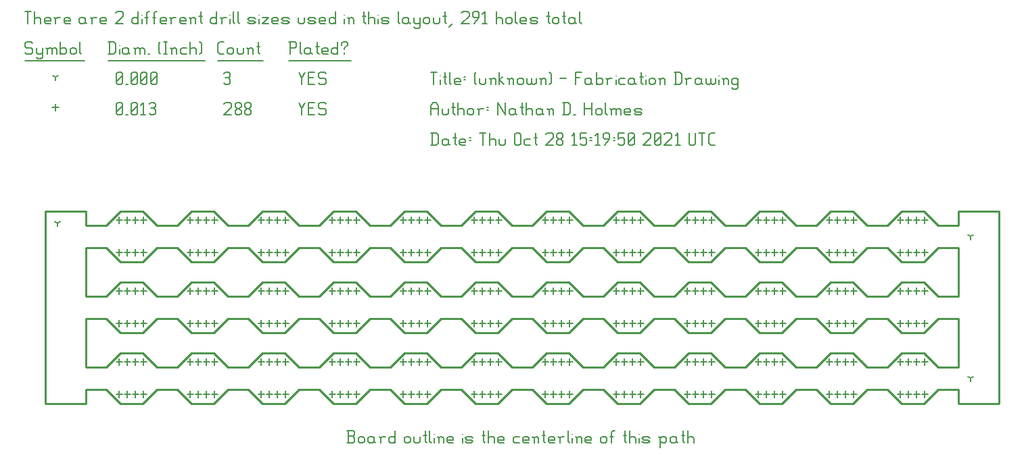
<source format=gbr>
G04 start of page 12 for group -3984 idx -3984 *
G04 Title: (unknown), fab *
G04 Creator: pcb 4.0.2 *
G04 CreationDate: Thu Oct 28 15:19:50 2021 UTC *
G04 For: ndholmes *
G04 Format: Gerber/RS-274X *
G04 PCB-Dimensions (mil): 4900.00 1150.00 *
G04 PCB-Coordinate-Origin: lower left *
%MOIN*%
%FSLAX25Y25*%
%LNFAB*%
%ADD36C,0.0100*%
%ADD35C,0.0075*%
%ADD34C,0.0060*%
%ADD33C,0.0080*%
G54D33*X46500Y102100D02*Y98900D01*
X44900Y100500D02*X48100D01*
X50500Y102100D02*Y98900D01*
X48900Y100500D02*X52100D01*
X54500Y102100D02*Y98900D01*
X52900Y100500D02*X56100D01*
X58500Y102100D02*Y98900D01*
X56900Y100500D02*X60100D01*
X46500Y86100D02*Y82900D01*
X44900Y84500D02*X48100D01*
X50500Y86100D02*Y82900D01*
X48900Y84500D02*X52100D01*
X54500Y86100D02*Y82900D01*
X52900Y84500D02*X56100D01*
X58500Y86100D02*Y82900D01*
X56900Y84500D02*X60100D01*
X81500Y102100D02*Y98900D01*
X79900Y100500D02*X83100D01*
X85500Y102100D02*Y98900D01*
X83900Y100500D02*X87100D01*
X89500Y102100D02*Y98900D01*
X87900Y100500D02*X91100D01*
X93500Y102100D02*Y98900D01*
X91900Y100500D02*X95100D01*
X81500Y86100D02*Y82900D01*
X79900Y84500D02*X83100D01*
X85500Y86100D02*Y82900D01*
X83900Y84500D02*X87100D01*
X89500Y86100D02*Y82900D01*
X87900Y84500D02*X91100D01*
X93500Y86100D02*Y82900D01*
X91900Y84500D02*X95100D01*
X116500Y102100D02*Y98900D01*
X114900Y100500D02*X118100D01*
X120500Y102100D02*Y98900D01*
X118900Y100500D02*X122100D01*
X124500Y102100D02*Y98900D01*
X122900Y100500D02*X126100D01*
X128500Y102100D02*Y98900D01*
X126900Y100500D02*X130100D01*
X116500Y86100D02*Y82900D01*
X114900Y84500D02*X118100D01*
X120500Y86100D02*Y82900D01*
X118900Y84500D02*X122100D01*
X124500Y86100D02*Y82900D01*
X122900Y84500D02*X126100D01*
X128500Y86100D02*Y82900D01*
X126900Y84500D02*X130100D01*
X151500Y102100D02*Y98900D01*
X149900Y100500D02*X153100D01*
X155500Y102100D02*Y98900D01*
X153900Y100500D02*X157100D01*
X159500Y102100D02*Y98900D01*
X157900Y100500D02*X161100D01*
X163500Y102100D02*Y98900D01*
X161900Y100500D02*X165100D01*
X151500Y86100D02*Y82900D01*
X149900Y84500D02*X153100D01*
X155500Y86100D02*Y82900D01*
X153900Y84500D02*X157100D01*
X159500Y86100D02*Y82900D01*
X157900Y84500D02*X161100D01*
X163500Y86100D02*Y82900D01*
X161900Y84500D02*X165100D01*
X186500Y102100D02*Y98900D01*
X184900Y100500D02*X188100D01*
X190500Y102100D02*Y98900D01*
X188900Y100500D02*X192100D01*
X194500Y102100D02*Y98900D01*
X192900Y100500D02*X196100D01*
X198500Y102100D02*Y98900D01*
X196900Y100500D02*X200100D01*
X186500Y86100D02*Y82900D01*
X184900Y84500D02*X188100D01*
X190500Y86100D02*Y82900D01*
X188900Y84500D02*X192100D01*
X194500Y86100D02*Y82900D01*
X192900Y84500D02*X196100D01*
X198500Y86100D02*Y82900D01*
X196900Y84500D02*X200100D01*
X221500Y102100D02*Y98900D01*
X219900Y100500D02*X223100D01*
X225500Y102100D02*Y98900D01*
X223900Y100500D02*X227100D01*
X229500Y102100D02*Y98900D01*
X227900Y100500D02*X231100D01*
X233500Y102100D02*Y98900D01*
X231900Y100500D02*X235100D01*
X221500Y86100D02*Y82900D01*
X219900Y84500D02*X223100D01*
X225500Y86100D02*Y82900D01*
X223900Y84500D02*X227100D01*
X229500Y86100D02*Y82900D01*
X227900Y84500D02*X231100D01*
X233500Y86100D02*Y82900D01*
X231900Y84500D02*X235100D01*
X256500Y102100D02*Y98900D01*
X254900Y100500D02*X258100D01*
X260500Y102100D02*Y98900D01*
X258900Y100500D02*X262100D01*
X264500Y102100D02*Y98900D01*
X262900Y100500D02*X266100D01*
X268500Y102100D02*Y98900D01*
X266900Y100500D02*X270100D01*
X256500Y86100D02*Y82900D01*
X254900Y84500D02*X258100D01*
X260500Y86100D02*Y82900D01*
X258900Y84500D02*X262100D01*
X264500Y86100D02*Y82900D01*
X262900Y84500D02*X266100D01*
X268500Y86100D02*Y82900D01*
X266900Y84500D02*X270100D01*
X291500Y102100D02*Y98900D01*
X289900Y100500D02*X293100D01*
X295500Y102100D02*Y98900D01*
X293900Y100500D02*X297100D01*
X299500Y102100D02*Y98900D01*
X297900Y100500D02*X301100D01*
X303500Y102100D02*Y98900D01*
X301900Y100500D02*X305100D01*
X291500Y86100D02*Y82900D01*
X289900Y84500D02*X293100D01*
X295500Y86100D02*Y82900D01*
X293900Y84500D02*X297100D01*
X299500Y86100D02*Y82900D01*
X297900Y84500D02*X301100D01*
X303500Y86100D02*Y82900D01*
X301900Y84500D02*X305100D01*
X326500Y102100D02*Y98900D01*
X324900Y100500D02*X328100D01*
X330500Y102100D02*Y98900D01*
X328900Y100500D02*X332100D01*
X334500Y102100D02*Y98900D01*
X332900Y100500D02*X336100D01*
X338500Y102100D02*Y98900D01*
X336900Y100500D02*X340100D01*
X326500Y86100D02*Y82900D01*
X324900Y84500D02*X328100D01*
X330500Y86100D02*Y82900D01*
X328900Y84500D02*X332100D01*
X334500Y86100D02*Y82900D01*
X332900Y84500D02*X336100D01*
X338500Y86100D02*Y82900D01*
X336900Y84500D02*X340100D01*
X361500Y102100D02*Y98900D01*
X359900Y100500D02*X363100D01*
X365500Y102100D02*Y98900D01*
X363900Y100500D02*X367100D01*
X369500Y102100D02*Y98900D01*
X367900Y100500D02*X371100D01*
X373500Y102100D02*Y98900D01*
X371900Y100500D02*X375100D01*
X361500Y86100D02*Y82900D01*
X359900Y84500D02*X363100D01*
X365500Y86100D02*Y82900D01*
X363900Y84500D02*X367100D01*
X369500Y86100D02*Y82900D01*
X367900Y84500D02*X371100D01*
X373500Y86100D02*Y82900D01*
X371900Y84500D02*X375100D01*
X396500Y102100D02*Y98900D01*
X394900Y100500D02*X398100D01*
X400500Y102100D02*Y98900D01*
X398900Y100500D02*X402100D01*
X404500Y102100D02*Y98900D01*
X402900Y100500D02*X406100D01*
X408500Y102100D02*Y98900D01*
X406900Y100500D02*X410100D01*
X396500Y86100D02*Y82900D01*
X394900Y84500D02*X398100D01*
X400500Y86100D02*Y82900D01*
X398900Y84500D02*X402100D01*
X404500Y86100D02*Y82900D01*
X402900Y84500D02*X406100D01*
X408500Y86100D02*Y82900D01*
X406900Y84500D02*X410100D01*
X431500Y102100D02*Y98900D01*
X429900Y100500D02*X433100D01*
X435500Y102100D02*Y98900D01*
X433900Y100500D02*X437100D01*
X439500Y102100D02*Y98900D01*
X437900Y100500D02*X441100D01*
X443500Y102100D02*Y98900D01*
X441900Y100500D02*X445100D01*
X431500Y86100D02*Y82900D01*
X429900Y84500D02*X433100D01*
X435500Y86100D02*Y82900D01*
X433900Y84500D02*X437100D01*
X439500Y86100D02*Y82900D01*
X437900Y84500D02*X441100D01*
X443500Y86100D02*Y82900D01*
X441900Y84500D02*X445100D01*
X46500Y67100D02*Y63900D01*
X44900Y65500D02*X48100D01*
X50500Y67100D02*Y63900D01*
X48900Y65500D02*X52100D01*
X54500Y67100D02*Y63900D01*
X52900Y65500D02*X56100D01*
X58500Y67100D02*Y63900D01*
X56900Y65500D02*X60100D01*
X46500Y51100D02*Y47900D01*
X44900Y49500D02*X48100D01*
X50500Y51100D02*Y47900D01*
X48900Y49500D02*X52100D01*
X54500Y51100D02*Y47900D01*
X52900Y49500D02*X56100D01*
X58500Y51100D02*Y47900D01*
X56900Y49500D02*X60100D01*
X81500Y67100D02*Y63900D01*
X79900Y65500D02*X83100D01*
X85500Y67100D02*Y63900D01*
X83900Y65500D02*X87100D01*
X89500Y67100D02*Y63900D01*
X87900Y65500D02*X91100D01*
X93500Y67100D02*Y63900D01*
X91900Y65500D02*X95100D01*
X81500Y51100D02*Y47900D01*
X79900Y49500D02*X83100D01*
X85500Y51100D02*Y47900D01*
X83900Y49500D02*X87100D01*
X89500Y51100D02*Y47900D01*
X87900Y49500D02*X91100D01*
X93500Y51100D02*Y47900D01*
X91900Y49500D02*X95100D01*
X116500Y67100D02*Y63900D01*
X114900Y65500D02*X118100D01*
X120500Y67100D02*Y63900D01*
X118900Y65500D02*X122100D01*
X124500Y67100D02*Y63900D01*
X122900Y65500D02*X126100D01*
X128500Y67100D02*Y63900D01*
X126900Y65500D02*X130100D01*
X116500Y51100D02*Y47900D01*
X114900Y49500D02*X118100D01*
X120500Y51100D02*Y47900D01*
X118900Y49500D02*X122100D01*
X124500Y51100D02*Y47900D01*
X122900Y49500D02*X126100D01*
X128500Y51100D02*Y47900D01*
X126900Y49500D02*X130100D01*
X151500Y67100D02*Y63900D01*
X149900Y65500D02*X153100D01*
X155500Y67100D02*Y63900D01*
X153900Y65500D02*X157100D01*
X159500Y67100D02*Y63900D01*
X157900Y65500D02*X161100D01*
X163500Y67100D02*Y63900D01*
X161900Y65500D02*X165100D01*
X151500Y51100D02*Y47900D01*
X149900Y49500D02*X153100D01*
X155500Y51100D02*Y47900D01*
X153900Y49500D02*X157100D01*
X159500Y51100D02*Y47900D01*
X157900Y49500D02*X161100D01*
X163500Y51100D02*Y47900D01*
X161900Y49500D02*X165100D01*
X186500Y67100D02*Y63900D01*
X184900Y65500D02*X188100D01*
X190500Y67100D02*Y63900D01*
X188900Y65500D02*X192100D01*
X194500Y67100D02*Y63900D01*
X192900Y65500D02*X196100D01*
X198500Y67100D02*Y63900D01*
X196900Y65500D02*X200100D01*
X186500Y51100D02*Y47900D01*
X184900Y49500D02*X188100D01*
X190500Y51100D02*Y47900D01*
X188900Y49500D02*X192100D01*
X194500Y51100D02*Y47900D01*
X192900Y49500D02*X196100D01*
X198500Y51100D02*Y47900D01*
X196900Y49500D02*X200100D01*
X221500Y67100D02*Y63900D01*
X219900Y65500D02*X223100D01*
X225500Y67100D02*Y63900D01*
X223900Y65500D02*X227100D01*
X229500Y67100D02*Y63900D01*
X227900Y65500D02*X231100D01*
X233500Y67100D02*Y63900D01*
X231900Y65500D02*X235100D01*
X221500Y51100D02*Y47900D01*
X219900Y49500D02*X223100D01*
X225500Y51100D02*Y47900D01*
X223900Y49500D02*X227100D01*
X229500Y51100D02*Y47900D01*
X227900Y49500D02*X231100D01*
X233500Y51100D02*Y47900D01*
X231900Y49500D02*X235100D01*
X256500Y67100D02*Y63900D01*
X254900Y65500D02*X258100D01*
X260500Y67100D02*Y63900D01*
X258900Y65500D02*X262100D01*
X264500Y67100D02*Y63900D01*
X262900Y65500D02*X266100D01*
X268500Y67100D02*Y63900D01*
X266900Y65500D02*X270100D01*
X256500Y51100D02*Y47900D01*
X254900Y49500D02*X258100D01*
X260500Y51100D02*Y47900D01*
X258900Y49500D02*X262100D01*
X264500Y51100D02*Y47900D01*
X262900Y49500D02*X266100D01*
X268500Y51100D02*Y47900D01*
X266900Y49500D02*X270100D01*
X291500Y67100D02*Y63900D01*
X289900Y65500D02*X293100D01*
X295500Y67100D02*Y63900D01*
X293900Y65500D02*X297100D01*
X299500Y67100D02*Y63900D01*
X297900Y65500D02*X301100D01*
X303500Y67100D02*Y63900D01*
X301900Y65500D02*X305100D01*
X291500Y51100D02*Y47900D01*
X289900Y49500D02*X293100D01*
X295500Y51100D02*Y47900D01*
X293900Y49500D02*X297100D01*
X299500Y51100D02*Y47900D01*
X297900Y49500D02*X301100D01*
X303500Y51100D02*Y47900D01*
X301900Y49500D02*X305100D01*
X326500Y67100D02*Y63900D01*
X324900Y65500D02*X328100D01*
X330500Y67100D02*Y63900D01*
X328900Y65500D02*X332100D01*
X334500Y67100D02*Y63900D01*
X332900Y65500D02*X336100D01*
X338500Y67100D02*Y63900D01*
X336900Y65500D02*X340100D01*
X326500Y51100D02*Y47900D01*
X324900Y49500D02*X328100D01*
X330500Y51100D02*Y47900D01*
X328900Y49500D02*X332100D01*
X334500Y51100D02*Y47900D01*
X332900Y49500D02*X336100D01*
X338500Y51100D02*Y47900D01*
X336900Y49500D02*X340100D01*
X361500Y67100D02*Y63900D01*
X359900Y65500D02*X363100D01*
X365500Y67100D02*Y63900D01*
X363900Y65500D02*X367100D01*
X369500Y67100D02*Y63900D01*
X367900Y65500D02*X371100D01*
X373500Y67100D02*Y63900D01*
X371900Y65500D02*X375100D01*
X361500Y51100D02*Y47900D01*
X359900Y49500D02*X363100D01*
X365500Y51100D02*Y47900D01*
X363900Y49500D02*X367100D01*
X369500Y51100D02*Y47900D01*
X367900Y49500D02*X371100D01*
X373500Y51100D02*Y47900D01*
X371900Y49500D02*X375100D01*
X396500Y67100D02*Y63900D01*
X394900Y65500D02*X398100D01*
X400500Y67100D02*Y63900D01*
X398900Y65500D02*X402100D01*
X404500Y67100D02*Y63900D01*
X402900Y65500D02*X406100D01*
X408500Y67100D02*Y63900D01*
X406900Y65500D02*X410100D01*
X396500Y51100D02*Y47900D01*
X394900Y49500D02*X398100D01*
X400500Y51100D02*Y47900D01*
X398900Y49500D02*X402100D01*
X404500Y51100D02*Y47900D01*
X402900Y49500D02*X406100D01*
X408500Y51100D02*Y47900D01*
X406900Y49500D02*X410100D01*
X431500Y67100D02*Y63900D01*
X429900Y65500D02*X433100D01*
X435500Y67100D02*Y63900D01*
X433900Y65500D02*X437100D01*
X439500Y67100D02*Y63900D01*
X437900Y65500D02*X441100D01*
X443500Y67100D02*Y63900D01*
X441900Y65500D02*X445100D01*
X431500Y51100D02*Y47900D01*
X429900Y49500D02*X433100D01*
X435500Y51100D02*Y47900D01*
X433900Y49500D02*X437100D01*
X439500Y51100D02*Y47900D01*
X437900Y49500D02*X441100D01*
X443500Y51100D02*Y47900D01*
X441900Y49500D02*X445100D01*
X46500Y32100D02*Y28900D01*
X44900Y30500D02*X48100D01*
X50500Y32100D02*Y28900D01*
X48900Y30500D02*X52100D01*
X54500Y32100D02*Y28900D01*
X52900Y30500D02*X56100D01*
X58500Y32100D02*Y28900D01*
X56900Y30500D02*X60100D01*
X46500Y16100D02*Y12900D01*
X44900Y14500D02*X48100D01*
X50500Y16100D02*Y12900D01*
X48900Y14500D02*X52100D01*
X54500Y16100D02*Y12900D01*
X52900Y14500D02*X56100D01*
X58500Y16100D02*Y12900D01*
X56900Y14500D02*X60100D01*
X81500Y32100D02*Y28900D01*
X79900Y30500D02*X83100D01*
X85500Y32100D02*Y28900D01*
X83900Y30500D02*X87100D01*
X89500Y32100D02*Y28900D01*
X87900Y30500D02*X91100D01*
X93500Y32100D02*Y28900D01*
X91900Y30500D02*X95100D01*
X81500Y16100D02*Y12900D01*
X79900Y14500D02*X83100D01*
X85500Y16100D02*Y12900D01*
X83900Y14500D02*X87100D01*
X89500Y16100D02*Y12900D01*
X87900Y14500D02*X91100D01*
X93500Y16100D02*Y12900D01*
X91900Y14500D02*X95100D01*
X116500Y32100D02*Y28900D01*
X114900Y30500D02*X118100D01*
X120500Y32100D02*Y28900D01*
X118900Y30500D02*X122100D01*
X124500Y32100D02*Y28900D01*
X122900Y30500D02*X126100D01*
X128500Y32100D02*Y28900D01*
X126900Y30500D02*X130100D01*
X116500Y16100D02*Y12900D01*
X114900Y14500D02*X118100D01*
X120500Y16100D02*Y12900D01*
X118900Y14500D02*X122100D01*
X124500Y16100D02*Y12900D01*
X122900Y14500D02*X126100D01*
X128500Y16100D02*Y12900D01*
X126900Y14500D02*X130100D01*
X151500Y32100D02*Y28900D01*
X149900Y30500D02*X153100D01*
X155500Y32100D02*Y28900D01*
X153900Y30500D02*X157100D01*
X159500Y32100D02*Y28900D01*
X157900Y30500D02*X161100D01*
X163500Y32100D02*Y28900D01*
X161900Y30500D02*X165100D01*
X151500Y16100D02*Y12900D01*
X149900Y14500D02*X153100D01*
X155500Y16100D02*Y12900D01*
X153900Y14500D02*X157100D01*
X159500Y16100D02*Y12900D01*
X157900Y14500D02*X161100D01*
X163500Y16100D02*Y12900D01*
X161900Y14500D02*X165100D01*
X186500Y32100D02*Y28900D01*
X184900Y30500D02*X188100D01*
X190500Y32100D02*Y28900D01*
X188900Y30500D02*X192100D01*
X194500Y32100D02*Y28900D01*
X192900Y30500D02*X196100D01*
X198500Y32100D02*Y28900D01*
X196900Y30500D02*X200100D01*
X186500Y16100D02*Y12900D01*
X184900Y14500D02*X188100D01*
X190500Y16100D02*Y12900D01*
X188900Y14500D02*X192100D01*
X194500Y16100D02*Y12900D01*
X192900Y14500D02*X196100D01*
X198500Y16100D02*Y12900D01*
X196900Y14500D02*X200100D01*
X221500Y32100D02*Y28900D01*
X219900Y30500D02*X223100D01*
X225500Y32100D02*Y28900D01*
X223900Y30500D02*X227100D01*
X229500Y32100D02*Y28900D01*
X227900Y30500D02*X231100D01*
X233500Y32100D02*Y28900D01*
X231900Y30500D02*X235100D01*
X221500Y16100D02*Y12900D01*
X219900Y14500D02*X223100D01*
X225500Y16100D02*Y12900D01*
X223900Y14500D02*X227100D01*
X229500Y16100D02*Y12900D01*
X227900Y14500D02*X231100D01*
X233500Y16100D02*Y12900D01*
X231900Y14500D02*X235100D01*
X256500Y32100D02*Y28900D01*
X254900Y30500D02*X258100D01*
X260500Y32100D02*Y28900D01*
X258900Y30500D02*X262100D01*
X264500Y32100D02*Y28900D01*
X262900Y30500D02*X266100D01*
X268500Y32100D02*Y28900D01*
X266900Y30500D02*X270100D01*
X256500Y16100D02*Y12900D01*
X254900Y14500D02*X258100D01*
X260500Y16100D02*Y12900D01*
X258900Y14500D02*X262100D01*
X264500Y16100D02*Y12900D01*
X262900Y14500D02*X266100D01*
X268500Y16100D02*Y12900D01*
X266900Y14500D02*X270100D01*
X291500Y32100D02*Y28900D01*
X289900Y30500D02*X293100D01*
X295500Y32100D02*Y28900D01*
X293900Y30500D02*X297100D01*
X299500Y32100D02*Y28900D01*
X297900Y30500D02*X301100D01*
X303500Y32100D02*Y28900D01*
X301900Y30500D02*X305100D01*
X291500Y16100D02*Y12900D01*
X289900Y14500D02*X293100D01*
X295500Y16100D02*Y12900D01*
X293900Y14500D02*X297100D01*
X299500Y16100D02*Y12900D01*
X297900Y14500D02*X301100D01*
X303500Y16100D02*Y12900D01*
X301900Y14500D02*X305100D01*
X326500Y32100D02*Y28900D01*
X324900Y30500D02*X328100D01*
X330500Y32100D02*Y28900D01*
X328900Y30500D02*X332100D01*
X334500Y32100D02*Y28900D01*
X332900Y30500D02*X336100D01*
X338500Y32100D02*Y28900D01*
X336900Y30500D02*X340100D01*
X326500Y16100D02*Y12900D01*
X324900Y14500D02*X328100D01*
X330500Y16100D02*Y12900D01*
X328900Y14500D02*X332100D01*
X334500Y16100D02*Y12900D01*
X332900Y14500D02*X336100D01*
X338500Y16100D02*Y12900D01*
X336900Y14500D02*X340100D01*
X361500Y32100D02*Y28900D01*
X359900Y30500D02*X363100D01*
X365500Y32100D02*Y28900D01*
X363900Y30500D02*X367100D01*
X369500Y32100D02*Y28900D01*
X367900Y30500D02*X371100D01*
X373500Y32100D02*Y28900D01*
X371900Y30500D02*X375100D01*
X361500Y16100D02*Y12900D01*
X359900Y14500D02*X363100D01*
X365500Y16100D02*Y12900D01*
X363900Y14500D02*X367100D01*
X369500Y16100D02*Y12900D01*
X367900Y14500D02*X371100D01*
X373500Y16100D02*Y12900D01*
X371900Y14500D02*X375100D01*
X396500Y32100D02*Y28900D01*
X394900Y30500D02*X398100D01*
X400500Y32100D02*Y28900D01*
X398900Y30500D02*X402100D01*
X404500Y32100D02*Y28900D01*
X402900Y30500D02*X406100D01*
X408500Y32100D02*Y28900D01*
X406900Y30500D02*X410100D01*
X396500Y16100D02*Y12900D01*
X394900Y14500D02*X398100D01*
X400500Y16100D02*Y12900D01*
X398900Y14500D02*X402100D01*
X404500Y16100D02*Y12900D01*
X402900Y14500D02*X406100D01*
X408500Y16100D02*Y12900D01*
X406900Y14500D02*X410100D01*
X431500Y32100D02*Y28900D01*
X429900Y30500D02*X433100D01*
X435500Y32100D02*Y28900D01*
X433900Y30500D02*X437100D01*
X439500Y32100D02*Y28900D01*
X437900Y30500D02*X441100D01*
X443500Y32100D02*Y28900D01*
X441900Y30500D02*X445100D01*
X431500Y16100D02*Y12900D01*
X429900Y14500D02*X433100D01*
X435500Y16100D02*Y12900D01*
X433900Y14500D02*X437100D01*
X439500Y16100D02*Y12900D01*
X437900Y14500D02*X441100D01*
X443500Y16100D02*Y12900D01*
X441900Y14500D02*X445100D01*
X15000Y157850D02*Y154650D01*
X13400Y156250D02*X16600D01*
G54D34*X135000Y158500D02*X136500Y155500D01*
X138000Y158500D01*
X136500Y155500D02*Y152500D01*
X139800Y155800D02*X142050D01*
X139800Y152500D02*X142800D01*
X139800Y158500D02*Y152500D01*
Y158500D02*X142800D01*
X147600D02*X148350Y157750D01*
X145350Y158500D02*X147600D01*
X144600Y157750D02*X145350Y158500D01*
X144600Y157750D02*Y156250D01*
X145350Y155500D01*
X147600D01*
X148350Y154750D01*
Y153250D01*
X147600Y152500D02*X148350Y153250D01*
X145350Y152500D02*X147600D01*
X144600Y153250D02*X145350Y152500D01*
X98000Y157750D02*X98750Y158500D01*
X101000D01*
X101750Y157750D01*
Y156250D01*
X98000Y152500D02*X101750Y156250D01*
X98000Y152500D02*X101750D01*
X103550Y153250D02*X104300Y152500D01*
X103550Y154450D02*Y153250D01*
Y154450D02*X104600Y155500D01*
X105500D01*
X106550Y154450D01*
Y153250D01*
X105800Y152500D02*X106550Y153250D01*
X104300Y152500D02*X105800D01*
X103550Y156550D02*X104600Y155500D01*
X103550Y157750D02*Y156550D01*
Y157750D02*X104300Y158500D01*
X105800D01*
X106550Y157750D01*
Y156550D01*
X105500Y155500D02*X106550Y156550D01*
X108350Y153250D02*X109100Y152500D01*
X108350Y154450D02*Y153250D01*
Y154450D02*X109400Y155500D01*
X110300D01*
X111350Y154450D01*
Y153250D01*
X110600Y152500D02*X111350Y153250D01*
X109100Y152500D02*X110600D01*
X108350Y156550D02*X109400Y155500D01*
X108350Y157750D02*Y156550D01*
Y157750D02*X109100Y158500D01*
X110600D01*
X111350Y157750D01*
Y156550D01*
X110300Y155500D02*X111350Y156550D01*
X45000Y153250D02*X45750Y152500D01*
X45000Y157750D02*Y153250D01*
Y157750D02*X45750Y158500D01*
X47250D01*
X48000Y157750D01*
Y153250D01*
X47250Y152500D02*X48000Y153250D01*
X45750Y152500D02*X47250D01*
X45000Y154000D02*X48000Y157000D01*
X49800Y152500D02*X50550D01*
X52350Y153250D02*X53100Y152500D01*
X52350Y157750D02*Y153250D01*
Y157750D02*X53100Y158500D01*
X54600D01*
X55350Y157750D01*
Y153250D01*
X54600Y152500D02*X55350Y153250D01*
X53100Y152500D02*X54600D01*
X52350Y154000D02*X55350Y157000D01*
X57150Y157300D02*X58350Y158500D01*
Y152500D01*
X57150D02*X59400D01*
X61200Y157750D02*X61950Y158500D01*
X63450D01*
X64200Y157750D01*
X63450Y152500D02*X64200Y153250D01*
X61950Y152500D02*X63450D01*
X61200Y153250D02*X61950Y152500D01*
Y155800D02*X63450D01*
X64200Y157750D02*Y156550D01*
Y155050D02*Y153250D01*
Y155050D02*X63450Y155800D01*
X64200Y156550D02*X63450Y155800D01*
X16000Y99000D02*Y97400D01*
Y99000D02*X17387Y99800D01*
X16000Y99000D02*X14613Y99800D01*
X466000Y22500D02*Y20900D01*
Y22500D02*X467387Y23300D01*
X466000Y22500D02*X464613Y23300D01*
X466000Y92500D02*Y90900D01*
Y92500D02*X467387Y93300D01*
X466000Y92500D02*X464613Y93300D01*
X15000Y171250D02*Y169650D01*
Y171250D02*X16387Y172050D01*
X15000Y171250D02*X13613Y172050D01*
X135000Y173500D02*X136500Y170500D01*
X138000Y173500D01*
X136500Y170500D02*Y167500D01*
X139800Y170800D02*X142050D01*
X139800Y167500D02*X142800D01*
X139800Y173500D02*Y167500D01*
Y173500D02*X142800D01*
X147600D02*X148350Y172750D01*
X145350Y173500D02*X147600D01*
X144600Y172750D02*X145350Y173500D01*
X144600Y172750D02*Y171250D01*
X145350Y170500D01*
X147600D01*
X148350Y169750D01*
Y168250D01*
X147600Y167500D02*X148350Y168250D01*
X145350Y167500D02*X147600D01*
X144600Y168250D02*X145350Y167500D01*
X98000Y172750D02*X98750Y173500D01*
X100250D01*
X101000Y172750D01*
X100250Y167500D02*X101000Y168250D01*
X98750Y167500D02*X100250D01*
X98000Y168250D02*X98750Y167500D01*
Y170800D02*X100250D01*
X101000Y172750D02*Y171550D01*
Y170050D02*Y168250D01*
Y170050D02*X100250Y170800D01*
X101000Y171550D02*X100250Y170800D01*
X45000Y168250D02*X45750Y167500D01*
X45000Y172750D02*Y168250D01*
Y172750D02*X45750Y173500D01*
X47250D01*
X48000Y172750D01*
Y168250D01*
X47250Y167500D02*X48000Y168250D01*
X45750Y167500D02*X47250D01*
X45000Y169000D02*X48000Y172000D01*
X49800Y167500D02*X50550D01*
X52350Y168250D02*X53100Y167500D01*
X52350Y172750D02*Y168250D01*
Y172750D02*X53100Y173500D01*
X54600D01*
X55350Y172750D01*
Y168250D01*
X54600Y167500D02*X55350Y168250D01*
X53100Y167500D02*X54600D01*
X52350Y169000D02*X55350Y172000D01*
X57150Y168250D02*X57900Y167500D01*
X57150Y172750D02*Y168250D01*
Y172750D02*X57900Y173500D01*
X59400D01*
X60150Y172750D01*
Y168250D01*
X59400Y167500D02*X60150Y168250D01*
X57900Y167500D02*X59400D01*
X57150Y169000D02*X60150Y172000D01*
X61950Y168250D02*X62700Y167500D01*
X61950Y172750D02*Y168250D01*
Y172750D02*X62700Y173500D01*
X64200D01*
X64950Y172750D01*
Y168250D01*
X64200Y167500D02*X64950Y168250D01*
X62700Y167500D02*X64200D01*
X61950Y169000D02*X64950Y172000D01*
X3000Y188500D02*X3750Y187750D01*
X750Y188500D02*X3000D01*
X0Y187750D02*X750Y188500D01*
X0Y187750D02*Y186250D01*
X750Y185500D01*
X3000D01*
X3750Y184750D01*
Y183250D01*
X3000Y182500D02*X3750Y183250D01*
X750Y182500D02*X3000D01*
X0Y183250D02*X750Y182500D01*
X5550Y185500D02*Y183250D01*
X6300Y182500D01*
X8550Y185500D02*Y181000D01*
X7800Y180250D02*X8550Y181000D01*
X6300Y180250D02*X7800D01*
X5550Y181000D02*X6300Y180250D01*
Y182500D02*X7800D01*
X8550Y183250D01*
X11100Y184750D02*Y182500D01*
Y184750D02*X11850Y185500D01*
X12600D01*
X13350Y184750D01*
Y182500D01*
Y184750D02*X14100Y185500D01*
X14850D01*
X15600Y184750D01*
Y182500D01*
X10350Y185500D02*X11100Y184750D01*
X17400Y188500D02*Y182500D01*
Y183250D02*X18150Y182500D01*
X19650D01*
X20400Y183250D01*
Y184750D02*Y183250D01*
X19650Y185500D02*X20400Y184750D01*
X18150Y185500D02*X19650D01*
X17400Y184750D02*X18150Y185500D01*
X22200Y184750D02*Y183250D01*
Y184750D02*X22950Y185500D01*
X24450D01*
X25200Y184750D01*
Y183250D01*
X24450Y182500D02*X25200Y183250D01*
X22950Y182500D02*X24450D01*
X22200Y183250D02*X22950Y182500D01*
X27000Y188500D02*Y183250D01*
X27750Y182500D01*
X0Y179250D02*X29250D01*
X41750Y188500D02*Y182500D01*
X43700Y188500D02*X44750Y187450D01*
Y183550D01*
X43700Y182500D02*X44750Y183550D01*
X41000Y182500D02*X43700D01*
X41000Y188500D02*X43700D01*
G54D35*X46550Y187000D02*Y186850D01*
G54D34*Y184750D02*Y182500D01*
X50300Y185500D02*X51050Y184750D01*
X48800Y185500D02*X50300D01*
X48050Y184750D02*X48800Y185500D01*
X48050Y184750D02*Y183250D01*
X48800Y182500D01*
X51050Y185500D02*Y183250D01*
X51800Y182500D01*
X48800D02*X50300D01*
X51050Y183250D01*
X54350Y184750D02*Y182500D01*
Y184750D02*X55100Y185500D01*
X55850D01*
X56600Y184750D01*
Y182500D01*
Y184750D02*X57350Y185500D01*
X58100D01*
X58850Y184750D01*
Y182500D01*
X53600Y185500D02*X54350Y184750D01*
X60650Y182500D02*X61400D01*
X65900Y183250D02*X66650Y182500D01*
X65900Y187750D02*X66650Y188500D01*
X65900Y187750D02*Y183250D01*
X68450Y188500D02*X69950D01*
X69200D02*Y182500D01*
X68450D02*X69950D01*
X72500Y184750D02*Y182500D01*
Y184750D02*X73250Y185500D01*
X74000D01*
X74750Y184750D01*
Y182500D01*
X71750Y185500D02*X72500Y184750D01*
X77300Y185500D02*X79550D01*
X76550Y184750D02*X77300Y185500D01*
X76550Y184750D02*Y183250D01*
X77300Y182500D01*
X79550D01*
X81350Y188500D02*Y182500D01*
Y184750D02*X82100Y185500D01*
X83600D01*
X84350Y184750D01*
Y182500D01*
X86150Y188500D02*X86900Y187750D01*
Y183250D01*
X86150Y182500D02*X86900Y183250D01*
X41000Y179250D02*X88700D01*
X96050Y182500D02*X98000D01*
X95000Y183550D02*X96050Y182500D01*
X95000Y187450D02*Y183550D01*
Y187450D02*X96050Y188500D01*
X98000D01*
X99800Y184750D02*Y183250D01*
Y184750D02*X100550Y185500D01*
X102050D01*
X102800Y184750D01*
Y183250D01*
X102050Y182500D02*X102800Y183250D01*
X100550Y182500D02*X102050D01*
X99800Y183250D02*X100550Y182500D01*
X104600Y185500D02*Y183250D01*
X105350Y182500D01*
X106850D01*
X107600Y183250D01*
Y185500D02*Y183250D01*
X110150Y184750D02*Y182500D01*
Y184750D02*X110900Y185500D01*
X111650D01*
X112400Y184750D01*
Y182500D01*
X109400Y185500D02*X110150Y184750D01*
X114950Y188500D02*Y183250D01*
X115700Y182500D01*
X114200Y186250D02*X115700D01*
X95000Y179250D02*X117200D01*
X130750Y188500D02*Y182500D01*
X130000Y188500D02*X133000D01*
X133750Y187750D01*
Y186250D01*
X133000Y185500D02*X133750Y186250D01*
X130750Y185500D02*X133000D01*
X135550Y188500D02*Y183250D01*
X136300Y182500D01*
X140050Y185500D02*X140800Y184750D01*
X138550Y185500D02*X140050D01*
X137800Y184750D02*X138550Y185500D01*
X137800Y184750D02*Y183250D01*
X138550Y182500D01*
X140800Y185500D02*Y183250D01*
X141550Y182500D01*
X138550D02*X140050D01*
X140800Y183250D01*
X144100Y188500D02*Y183250D01*
X144850Y182500D01*
X143350Y186250D02*X144850D01*
X147100Y182500D02*X149350D01*
X146350Y183250D02*X147100Y182500D01*
X146350Y184750D02*Y183250D01*
Y184750D02*X147100Y185500D01*
X148600D01*
X149350Y184750D01*
X146350Y184000D02*X149350D01*
Y184750D02*Y184000D01*
X154150Y188500D02*Y182500D01*
X153400D02*X154150Y183250D01*
X151900Y182500D02*X153400D01*
X151150Y183250D02*X151900Y182500D01*
X151150Y184750D02*Y183250D01*
Y184750D02*X151900Y185500D01*
X153400D01*
X154150Y184750D01*
X157450Y185500D02*Y184750D01*
Y183250D02*Y182500D01*
X155950Y187750D02*Y187000D01*
Y187750D02*X156700Y188500D01*
X158200D01*
X158950Y187750D01*
Y187000D01*
X157450Y185500D02*X158950Y187000D01*
X130000Y179250D02*X160750D01*
X0Y203500D02*X3000D01*
X1500D02*Y197500D01*
X4800Y203500D02*Y197500D01*
Y199750D02*X5550Y200500D01*
X7050D01*
X7800Y199750D01*
Y197500D01*
X10350D02*X12600D01*
X9600Y198250D02*X10350Y197500D01*
X9600Y199750D02*Y198250D01*
Y199750D02*X10350Y200500D01*
X11850D01*
X12600Y199750D01*
X9600Y199000D02*X12600D01*
Y199750D02*Y199000D01*
X15150Y199750D02*Y197500D01*
Y199750D02*X15900Y200500D01*
X17400D01*
X14400D02*X15150Y199750D01*
X19950Y197500D02*X22200D01*
X19200Y198250D02*X19950Y197500D01*
X19200Y199750D02*Y198250D01*
Y199750D02*X19950Y200500D01*
X21450D01*
X22200Y199750D01*
X19200Y199000D02*X22200D01*
Y199750D02*Y199000D01*
X28950Y200500D02*X29700Y199750D01*
X27450Y200500D02*X28950D01*
X26700Y199750D02*X27450Y200500D01*
X26700Y199750D02*Y198250D01*
X27450Y197500D01*
X29700Y200500D02*Y198250D01*
X30450Y197500D01*
X27450D02*X28950D01*
X29700Y198250D01*
X33000Y199750D02*Y197500D01*
Y199750D02*X33750Y200500D01*
X35250D01*
X32250D02*X33000Y199750D01*
X37800Y197500D02*X40050D01*
X37050Y198250D02*X37800Y197500D01*
X37050Y199750D02*Y198250D01*
Y199750D02*X37800Y200500D01*
X39300D01*
X40050Y199750D01*
X37050Y199000D02*X40050D01*
Y199750D02*Y199000D01*
X44550Y202750D02*X45300Y203500D01*
X47550D01*
X48300Y202750D01*
Y201250D01*
X44550Y197500D02*X48300Y201250D01*
X44550Y197500D02*X48300D01*
X55800Y203500D02*Y197500D01*
X55050D02*X55800Y198250D01*
X53550Y197500D02*X55050D01*
X52800Y198250D02*X53550Y197500D01*
X52800Y199750D02*Y198250D01*
Y199750D02*X53550Y200500D01*
X55050D01*
X55800Y199750D01*
G54D35*X57600Y202000D02*Y201850D01*
G54D34*Y199750D02*Y197500D01*
X59850Y202750D02*Y197500D01*
Y202750D02*X60600Y203500D01*
X61350D01*
X59100Y200500D02*X60600D01*
X63600Y202750D02*Y197500D01*
Y202750D02*X64350Y203500D01*
X65100D01*
X62850Y200500D02*X64350D01*
X67350Y197500D02*X69600D01*
X66600Y198250D02*X67350Y197500D01*
X66600Y199750D02*Y198250D01*
Y199750D02*X67350Y200500D01*
X68850D01*
X69600Y199750D01*
X66600Y199000D02*X69600D01*
Y199750D02*Y199000D01*
X72150Y199750D02*Y197500D01*
Y199750D02*X72900Y200500D01*
X74400D01*
X71400D02*X72150Y199750D01*
X76950Y197500D02*X79200D01*
X76200Y198250D02*X76950Y197500D01*
X76200Y199750D02*Y198250D01*
Y199750D02*X76950Y200500D01*
X78450D01*
X79200Y199750D01*
X76200Y199000D02*X79200D01*
Y199750D02*Y199000D01*
X81750Y199750D02*Y197500D01*
Y199750D02*X82500Y200500D01*
X83250D01*
X84000Y199750D01*
Y197500D01*
X81000Y200500D02*X81750Y199750D01*
X86550Y203500D02*Y198250D01*
X87300Y197500D01*
X85800Y201250D02*X87300D01*
X94500Y203500D02*Y197500D01*
X93750D02*X94500Y198250D01*
X92250Y197500D02*X93750D01*
X91500Y198250D02*X92250Y197500D01*
X91500Y199750D02*Y198250D01*
Y199750D02*X92250Y200500D01*
X93750D01*
X94500Y199750D01*
X97050D02*Y197500D01*
Y199750D02*X97800Y200500D01*
X99300D01*
X96300D02*X97050Y199750D01*
G54D35*X101100Y202000D02*Y201850D01*
G54D34*Y199750D02*Y197500D01*
X102600Y203500D02*Y198250D01*
X103350Y197500D01*
X104850Y203500D02*Y198250D01*
X105600Y197500D01*
X110550D02*X112800D01*
X113550Y198250D01*
X112800Y199000D02*X113550Y198250D01*
X110550Y199000D02*X112800D01*
X109800Y199750D02*X110550Y199000D01*
X109800Y199750D02*X110550Y200500D01*
X112800D01*
X113550Y199750D01*
X109800Y198250D02*X110550Y197500D01*
G54D35*X115350Y202000D02*Y201850D01*
G54D34*Y199750D02*Y197500D01*
X116850Y200500D02*X119850D01*
X116850Y197500D02*X119850Y200500D01*
X116850Y197500D02*X119850D01*
X122400D02*X124650D01*
X121650Y198250D02*X122400Y197500D01*
X121650Y199750D02*Y198250D01*
Y199750D02*X122400Y200500D01*
X123900D01*
X124650Y199750D01*
X121650Y199000D02*X124650D01*
Y199750D02*Y199000D01*
X127200Y197500D02*X129450D01*
X130200Y198250D01*
X129450Y199000D02*X130200Y198250D01*
X127200Y199000D02*X129450D01*
X126450Y199750D02*X127200Y199000D01*
X126450Y199750D02*X127200Y200500D01*
X129450D01*
X130200Y199750D01*
X126450Y198250D02*X127200Y197500D01*
X134700Y200500D02*Y198250D01*
X135450Y197500D01*
X136950D01*
X137700Y198250D01*
Y200500D02*Y198250D01*
X140250Y197500D02*X142500D01*
X143250Y198250D01*
X142500Y199000D02*X143250Y198250D01*
X140250Y199000D02*X142500D01*
X139500Y199750D02*X140250Y199000D01*
X139500Y199750D02*X140250Y200500D01*
X142500D01*
X143250Y199750D01*
X139500Y198250D02*X140250Y197500D01*
X145800D02*X148050D01*
X145050Y198250D02*X145800Y197500D01*
X145050Y199750D02*Y198250D01*
Y199750D02*X145800Y200500D01*
X147300D01*
X148050Y199750D01*
X145050Y199000D02*X148050D01*
Y199750D02*Y199000D01*
X152850Y203500D02*Y197500D01*
X152100D02*X152850Y198250D01*
X150600Y197500D02*X152100D01*
X149850Y198250D02*X150600Y197500D01*
X149850Y199750D02*Y198250D01*
Y199750D02*X150600Y200500D01*
X152100D01*
X152850Y199750D01*
G54D35*X157350Y202000D02*Y201850D01*
G54D34*Y199750D02*Y197500D01*
X159600Y199750D02*Y197500D01*
Y199750D02*X160350Y200500D01*
X161100D01*
X161850Y199750D01*
Y197500D01*
X158850Y200500D02*X159600Y199750D01*
X167100Y203500D02*Y198250D01*
X167850Y197500D01*
X166350Y201250D02*X167850D01*
X169350Y203500D02*Y197500D01*
Y199750D02*X170100Y200500D01*
X171600D01*
X172350Y199750D01*
Y197500D01*
G54D35*X174150Y202000D02*Y201850D01*
G54D34*Y199750D02*Y197500D01*
X176400D02*X178650D01*
X179400Y198250D01*
X178650Y199000D02*X179400Y198250D01*
X176400Y199000D02*X178650D01*
X175650Y199750D02*X176400Y199000D01*
X175650Y199750D02*X176400Y200500D01*
X178650D01*
X179400Y199750D01*
X175650Y198250D02*X176400Y197500D01*
X183900Y203500D02*Y198250D01*
X184650Y197500D01*
X188400Y200500D02*X189150Y199750D01*
X186900Y200500D02*X188400D01*
X186150Y199750D02*X186900Y200500D01*
X186150Y199750D02*Y198250D01*
X186900Y197500D01*
X189150Y200500D02*Y198250D01*
X189900Y197500D01*
X186900D02*X188400D01*
X189150Y198250D01*
X191700Y200500D02*Y198250D01*
X192450Y197500D01*
X194700Y200500D02*Y196000D01*
X193950Y195250D02*X194700Y196000D01*
X192450Y195250D02*X193950D01*
X191700Y196000D02*X192450Y195250D01*
Y197500D02*X193950D01*
X194700Y198250D01*
X196500Y199750D02*Y198250D01*
Y199750D02*X197250Y200500D01*
X198750D01*
X199500Y199750D01*
Y198250D01*
X198750Y197500D02*X199500Y198250D01*
X197250Y197500D02*X198750D01*
X196500Y198250D02*X197250Y197500D01*
X201300Y200500D02*Y198250D01*
X202050Y197500D01*
X203550D01*
X204300Y198250D01*
Y200500D02*Y198250D01*
X206850Y203500D02*Y198250D01*
X207600Y197500D01*
X206100Y201250D02*X207600D01*
X209100Y196000D02*X210600Y197500D01*
X215100Y202750D02*X215850Y203500D01*
X218100D01*
X218850Y202750D01*
Y201250D01*
X215100Y197500D02*X218850Y201250D01*
X215100Y197500D02*X218850D01*
X221400D02*X223650Y200500D01*
Y202750D02*Y200500D01*
X222900Y203500D02*X223650Y202750D01*
X221400Y203500D02*X222900D01*
X220650Y202750D02*X221400Y203500D01*
X220650Y202750D02*Y201250D01*
X221400Y200500D01*
X223650D01*
X225450Y202300D02*X226650Y203500D01*
Y197500D01*
X225450D02*X227700D01*
X232200Y203500D02*Y197500D01*
Y199750D02*X232950Y200500D01*
X234450D01*
X235200Y199750D01*
Y197500D01*
X237000Y199750D02*Y198250D01*
Y199750D02*X237750Y200500D01*
X239250D01*
X240000Y199750D01*
Y198250D01*
X239250Y197500D02*X240000Y198250D01*
X237750Y197500D02*X239250D01*
X237000Y198250D02*X237750Y197500D01*
X241800Y203500D02*Y198250D01*
X242550Y197500D01*
X244800D02*X247050D01*
X244050Y198250D02*X244800Y197500D01*
X244050Y199750D02*Y198250D01*
Y199750D02*X244800Y200500D01*
X246300D01*
X247050Y199750D01*
X244050Y199000D02*X247050D01*
Y199750D02*Y199000D01*
X249600Y197500D02*X251850D01*
X252600Y198250D01*
X251850Y199000D02*X252600Y198250D01*
X249600Y199000D02*X251850D01*
X248850Y199750D02*X249600Y199000D01*
X248850Y199750D02*X249600Y200500D01*
X251850D01*
X252600Y199750D01*
X248850Y198250D02*X249600Y197500D01*
X257850Y203500D02*Y198250D01*
X258600Y197500D01*
X257100Y201250D02*X258600D01*
X260100Y199750D02*Y198250D01*
Y199750D02*X260850Y200500D01*
X262350D01*
X263100Y199750D01*
Y198250D01*
X262350Y197500D02*X263100Y198250D01*
X260850Y197500D02*X262350D01*
X260100Y198250D02*X260850Y197500D01*
X265650Y203500D02*Y198250D01*
X266400Y197500D01*
X264900Y201250D02*X266400D01*
X270150Y200500D02*X270900Y199750D01*
X268650Y200500D02*X270150D01*
X267900Y199750D02*X268650Y200500D01*
X267900Y199750D02*Y198250D01*
X268650Y197500D01*
X270900Y200500D02*Y198250D01*
X271650Y197500D01*
X268650D02*X270150D01*
X270900Y198250D01*
X273450Y203500D02*Y198250D01*
X274200Y197500D01*
G54D36*X40000Y98000D02*X47000Y105000D01*
X58000D01*
X65000Y98000D01*
Y87000D02*X58000Y80000D01*
X47000D01*
X40000Y87000D01*
X65000Y98000D02*X75000D01*
X82000Y105000D01*
X93000D01*
X100000Y98000D01*
X110000D01*
X117000Y105000D01*
X128000D01*
X135000Y98000D01*
X145000D01*
X152000Y105000D01*
X163000D01*
X170000Y98000D01*
X180000D01*
X187000Y105000D01*
X198000D01*
X205000Y98000D01*
X215000D01*
X222000Y105000D01*
X233000D01*
X240000Y98000D01*
X250000D01*
X257000Y105000D01*
X268000D01*
X275000Y98000D01*
X285000D01*
X292000Y105000D01*
X303000D01*
X310000Y98000D01*
X320000D01*
X327000Y105000D01*
X338000D01*
X345000Y98000D01*
X355000D01*
X362000Y105000D01*
X373000D01*
X380000Y98000D01*
Y87000D02*X373000Y80000D01*
X362000D01*
X355000Y87000D01*
X345000D01*
X338000Y80000D01*
X327000D01*
X320000Y87000D01*
X310000D01*
X303000Y80000D01*
X292000D01*
X285000Y87000D01*
X275000D01*
X268000Y80000D01*
X257000D01*
X250000Y87000D01*
X240000D01*
X233000Y80000D01*
X222000D01*
X215000Y87000D01*
X205000D01*
X198000Y80000D01*
X187000D01*
X180000Y87000D01*
X170000D01*
X163000Y80000D01*
X152000D01*
X145000Y87000D01*
X135000D01*
X128000Y80000D01*
X117000D01*
X110000Y87000D01*
X100000D01*
X93000Y80000D01*
X82000D01*
X75000Y87000D01*
X65000D01*
X380000Y98000D02*X390000D01*
Y87000D02*X380000D01*
X415000Y98000D02*X425000D01*
Y87000D02*X415000D01*
X390000Y98000D02*X397000Y105000D01*
X415000Y98000D02*X408000Y105000D01*
X397000D01*
X390000Y87000D02*X397000Y80000D01*
X415000Y87000D02*X408000Y80000D01*
X397000D01*
X450000Y87000D02*X443000Y80000D01*
X425000Y87000D02*X432000Y80000D01*
X443000D01*
X450000Y98000D02*X443000Y105000D01*
X425000Y98000D02*X432000Y105000D01*
X443000D01*
X40000Y63000D02*X47000Y70000D01*
X58000D01*
X65000Y63000D01*
Y52000D02*X58000Y45000D01*
X47000D01*
X40000Y52000D01*
X65000Y63000D02*X75000D01*
X82000Y70000D01*
X93000D01*
X100000Y63000D01*
X110000D01*
X117000Y70000D01*
X128000D01*
X135000Y63000D01*
X145000D01*
X152000Y70000D01*
X163000D01*
X170000Y63000D01*
X180000D01*
X187000Y70000D01*
X198000D01*
X205000Y63000D01*
X215000D01*
X222000Y70000D01*
X233000D01*
X240000Y63000D01*
X250000D01*
X257000Y70000D01*
X268000D01*
X275000Y63000D01*
X285000D01*
X292000Y70000D01*
X303000D01*
X310000Y63000D01*
X320000D01*
X327000Y70000D01*
X338000D01*
X345000Y63000D01*
X355000D01*
X362000Y70000D01*
X373000D01*
X380000Y63000D01*
Y52000D02*X373000Y45000D01*
X362000D01*
X355000Y52000D01*
X345000D01*
X338000Y45000D01*
X327000D01*
X320000Y52000D01*
X310000D01*
X303000Y45000D01*
X292000D01*
X285000Y52000D01*
X275000D01*
X268000Y45000D01*
X257000D01*
X250000Y52000D01*
X240000D01*
X233000Y45000D01*
X222000D01*
X215000Y52000D01*
X205000D01*
X198000Y45000D01*
X187000D01*
X180000Y52000D01*
X170000D01*
X163000Y45000D01*
X152000D01*
X145000Y52000D01*
X135000D01*
X128000Y45000D01*
X117000D01*
X110000Y52000D01*
X100000D01*
X93000Y45000D01*
X82000D01*
X75000Y52000D01*
X65000D01*
X380000Y63000D02*X390000D01*
Y52000D02*X380000D01*
X415000Y63000D02*X425000D01*
Y52000D02*X415000D01*
X390000Y63000D02*X397000Y70000D01*
X415000Y63000D02*X408000Y70000D01*
X397000D01*
X390000Y52000D02*X397000Y45000D01*
X415000Y52000D02*X408000Y45000D01*
X397000D01*
X450000Y52000D02*X443000Y45000D01*
X425000Y52000D02*X432000Y45000D01*
X443000D01*
X450000Y63000D02*X443000Y70000D01*
X425000Y63000D02*X432000Y70000D01*
X443000D01*
X40000Y28000D02*X47000Y35000D01*
X58000D01*
X65000Y28000D01*
Y17000D02*X58000Y10000D01*
X47000D01*
X40000Y17000D01*
X65000Y28000D02*X75000D01*
X82000Y35000D01*
X93000D01*
X100000Y28000D01*
X110000D01*
X117000Y35000D01*
X128000D01*
X135000Y28000D01*
X145000D01*
X152000Y35000D01*
X163000D01*
X170000Y28000D01*
X180000D01*
X187000Y35000D01*
X198000D01*
X205000Y28000D01*
X215000D01*
X222000Y35000D01*
X233000D01*
X240000Y28000D01*
X250000D01*
X257000Y35000D01*
X268000D01*
X275000Y28000D01*
X285000D01*
X292000Y35000D01*
X303000D01*
X310000Y28000D01*
X320000D01*
X327000Y35000D01*
X338000D01*
X345000Y28000D01*
X355000D01*
X362000Y35000D01*
X373000D01*
X380000Y28000D01*
Y17000D02*X373000Y10000D01*
X362000D01*
X355000Y17000D01*
X345000D01*
X338000Y10000D01*
X327000D01*
X320000Y17000D01*
X310000D01*
X303000Y10000D01*
X292000D01*
X285000Y17000D01*
X275000D01*
X268000Y10000D01*
X257000D01*
X250000Y17000D01*
X240000D01*
X233000Y10000D01*
X222000D01*
X215000Y17000D01*
X205000D01*
X198000Y10000D01*
X187000D01*
X180000Y17000D01*
X170000D01*
X163000Y10000D01*
X152000D01*
X145000Y17000D01*
X135000D01*
X128000Y10000D01*
X117000D01*
X110000Y17000D01*
X100000D01*
X93000Y10000D01*
X82000D01*
X75000Y17000D01*
X65000D01*
X380000Y28000D02*X390000D01*
Y17000D02*X380000D01*
X415000Y28000D02*X425000D01*
Y17000D02*X415000D01*
X390000Y28000D02*X397000Y35000D01*
X415000Y28000D02*X408000Y35000D01*
X397000D01*
X390000Y17000D02*X397000Y10000D01*
X415000Y17000D02*X408000Y10000D01*
X397000D01*
X450000Y17000D02*X443000Y10000D01*
X425000Y17000D02*X432000Y10000D01*
X443000D01*
X450000Y28000D02*X443000Y35000D01*
X425000Y28000D02*X432000Y35000D01*
X443000D01*
X450000Y98000D02*X460000D01*
Y105000D02*Y98000D01*
Y105000D02*X480000D01*
Y10000D01*
X460000D02*X480000D01*
X460000Y17000D02*Y10000D01*
X450000Y17000D02*X460000D01*
X450000Y87000D02*X460000D01*
Y63000D01*
X450000D02*X460000D01*
X450000Y52000D02*X460000D01*
Y28000D01*
X450000D02*X460000D01*
X30000Y98000D02*X40000D01*
X30000Y105000D02*Y98000D01*
X10000Y105000D02*X30000D01*
X10000D02*Y10000D01*
X30000D01*
Y17000D02*Y10000D01*
Y17000D02*X40000D01*
X30000Y87000D02*X40000D01*
X30000D02*Y63000D01*
X40000D01*
X30000Y52000D02*X40000D01*
X30000D02*Y28000D01*
X40000D01*
G54D34*X158675Y-9500D02*X161675D01*
X162425Y-8750D01*
Y-6950D02*Y-8750D01*
X161675Y-6200D02*X162425Y-6950D01*
X159425Y-6200D02*X161675D01*
X159425Y-3500D02*Y-9500D01*
X158675Y-3500D02*X161675D01*
X162425Y-4250D01*
Y-5450D01*
X161675Y-6200D02*X162425Y-5450D01*
X164225Y-7250D02*Y-8750D01*
Y-7250D02*X164975Y-6500D01*
X166475D01*
X167225Y-7250D01*
Y-8750D01*
X166475Y-9500D02*X167225Y-8750D01*
X164975Y-9500D02*X166475D01*
X164225Y-8750D02*X164975Y-9500D01*
X171275Y-6500D02*X172025Y-7250D01*
X169775Y-6500D02*X171275D01*
X169025Y-7250D02*X169775Y-6500D01*
X169025Y-7250D02*Y-8750D01*
X169775Y-9500D01*
X172025Y-6500D02*Y-8750D01*
X172775Y-9500D01*
X169775D02*X171275D01*
X172025Y-8750D01*
X175325Y-7250D02*Y-9500D01*
Y-7250D02*X176075Y-6500D01*
X177575D01*
X174575D02*X175325Y-7250D01*
X182375Y-3500D02*Y-9500D01*
X181625D02*X182375Y-8750D01*
X180125Y-9500D02*X181625D01*
X179375Y-8750D02*X180125Y-9500D01*
X179375Y-7250D02*Y-8750D01*
Y-7250D02*X180125Y-6500D01*
X181625D01*
X182375Y-7250D01*
X186875D02*Y-8750D01*
Y-7250D02*X187625Y-6500D01*
X189125D01*
X189875Y-7250D01*
Y-8750D01*
X189125Y-9500D02*X189875Y-8750D01*
X187625Y-9500D02*X189125D01*
X186875Y-8750D02*X187625Y-9500D01*
X191675Y-6500D02*Y-8750D01*
X192425Y-9500D01*
X193925D01*
X194675Y-8750D01*
Y-6500D02*Y-8750D01*
X197225Y-3500D02*Y-8750D01*
X197975Y-9500D01*
X196475Y-5750D02*X197975D01*
X199475Y-3500D02*Y-8750D01*
X200225Y-9500D01*
G54D35*X201725Y-5000D02*Y-5150D01*
G54D34*Y-7250D02*Y-9500D01*
X203975Y-7250D02*Y-9500D01*
Y-7250D02*X204725Y-6500D01*
X205475D01*
X206225Y-7250D01*
Y-9500D01*
X203225Y-6500D02*X203975Y-7250D01*
X208775Y-9500D02*X211025D01*
X208025Y-8750D02*X208775Y-9500D01*
X208025Y-7250D02*Y-8750D01*
Y-7250D02*X208775Y-6500D01*
X210275D01*
X211025Y-7250D01*
X208025Y-8000D02*X211025D01*
Y-7250D02*Y-8000D01*
G54D35*X215525Y-5000D02*Y-5150D01*
G54D34*Y-7250D02*Y-9500D01*
X217775D02*X220025D01*
X220775Y-8750D01*
X220025Y-8000D02*X220775Y-8750D01*
X217775Y-8000D02*X220025D01*
X217025Y-7250D02*X217775Y-8000D01*
X217025Y-7250D02*X217775Y-6500D01*
X220025D01*
X220775Y-7250D01*
X217025Y-8750D02*X217775Y-9500D01*
X226025Y-3500D02*Y-8750D01*
X226775Y-9500D01*
X225275Y-5750D02*X226775D01*
X228275Y-3500D02*Y-9500D01*
Y-7250D02*X229025Y-6500D01*
X230525D01*
X231275Y-7250D01*
Y-9500D01*
X233825D02*X236075D01*
X233075Y-8750D02*X233825Y-9500D01*
X233075Y-7250D02*Y-8750D01*
Y-7250D02*X233825Y-6500D01*
X235325D01*
X236075Y-7250D01*
X233075Y-8000D02*X236075D01*
Y-7250D02*Y-8000D01*
X241325Y-6500D02*X243575D01*
X240575Y-7250D02*X241325Y-6500D01*
X240575Y-7250D02*Y-8750D01*
X241325Y-9500D01*
X243575D01*
X246125D02*X248375D01*
X245375Y-8750D02*X246125Y-9500D01*
X245375Y-7250D02*Y-8750D01*
Y-7250D02*X246125Y-6500D01*
X247625D01*
X248375Y-7250D01*
X245375Y-8000D02*X248375D01*
Y-7250D02*Y-8000D01*
X250925Y-7250D02*Y-9500D01*
Y-7250D02*X251675Y-6500D01*
X252425D01*
X253175Y-7250D01*
Y-9500D01*
X250175Y-6500D02*X250925Y-7250D01*
X255725Y-3500D02*Y-8750D01*
X256475Y-9500D01*
X254975Y-5750D02*X256475D01*
X258725Y-9500D02*X260975D01*
X257975Y-8750D02*X258725Y-9500D01*
X257975Y-7250D02*Y-8750D01*
Y-7250D02*X258725Y-6500D01*
X260225D01*
X260975Y-7250D01*
X257975Y-8000D02*X260975D01*
Y-7250D02*Y-8000D01*
X263525Y-7250D02*Y-9500D01*
Y-7250D02*X264275Y-6500D01*
X265775D01*
X262775D02*X263525Y-7250D01*
X267575Y-3500D02*Y-8750D01*
X268325Y-9500D01*
G54D35*X269825Y-5000D02*Y-5150D01*
G54D34*Y-7250D02*Y-9500D01*
X272075Y-7250D02*Y-9500D01*
Y-7250D02*X272825Y-6500D01*
X273575D01*
X274325Y-7250D01*
Y-9500D01*
X271325Y-6500D02*X272075Y-7250D01*
X276875Y-9500D02*X279125D01*
X276125Y-8750D02*X276875Y-9500D01*
X276125Y-7250D02*Y-8750D01*
Y-7250D02*X276875Y-6500D01*
X278375D01*
X279125Y-7250D01*
X276125Y-8000D02*X279125D01*
Y-7250D02*Y-8000D01*
X283625Y-7250D02*Y-8750D01*
Y-7250D02*X284375Y-6500D01*
X285875D01*
X286625Y-7250D01*
Y-8750D01*
X285875Y-9500D02*X286625Y-8750D01*
X284375Y-9500D02*X285875D01*
X283625Y-8750D02*X284375Y-9500D01*
X289175Y-4250D02*Y-9500D01*
Y-4250D02*X289925Y-3500D01*
X290675D01*
X288425Y-6500D02*X289925D01*
X295625Y-3500D02*Y-8750D01*
X296375Y-9500D01*
X294875Y-5750D02*X296375D01*
X297875Y-3500D02*Y-9500D01*
Y-7250D02*X298625Y-6500D01*
X300125D01*
X300875Y-7250D01*
Y-9500D01*
G54D35*X302675Y-5000D02*Y-5150D01*
G54D34*Y-7250D02*Y-9500D01*
X304925D02*X307175D01*
X307925Y-8750D01*
X307175Y-8000D02*X307925Y-8750D01*
X304925Y-8000D02*X307175D01*
X304175Y-7250D02*X304925Y-8000D01*
X304175Y-7250D02*X304925Y-6500D01*
X307175D01*
X307925Y-7250D01*
X304175Y-8750D02*X304925Y-9500D01*
X313175Y-7250D02*Y-11750D01*
X312425Y-6500D02*X313175Y-7250D01*
X313925Y-6500D01*
X315425D01*
X316175Y-7250D01*
Y-8750D01*
X315425Y-9500D02*X316175Y-8750D01*
X313925Y-9500D02*X315425D01*
X313175Y-8750D02*X313925Y-9500D01*
X320225Y-6500D02*X320975Y-7250D01*
X318725Y-6500D02*X320225D01*
X317975Y-7250D02*X318725Y-6500D01*
X317975Y-7250D02*Y-8750D01*
X318725Y-9500D01*
X320975Y-6500D02*Y-8750D01*
X321725Y-9500D01*
X318725D02*X320225D01*
X320975Y-8750D01*
X324275Y-3500D02*Y-8750D01*
X325025Y-9500D01*
X323525Y-5750D02*X325025D01*
X326525Y-3500D02*Y-9500D01*
Y-7250D02*X327275Y-6500D01*
X328775D01*
X329525Y-7250D01*
Y-9500D01*
X200750Y143500D02*Y137500D01*
X202700Y143500D02*X203750Y142450D01*
Y138550D01*
X202700Y137500D02*X203750Y138550D01*
X200000Y137500D02*X202700D01*
X200000Y143500D02*X202700D01*
X207800Y140500D02*X208550Y139750D01*
X206300Y140500D02*X207800D01*
X205550Y139750D02*X206300Y140500D01*
X205550Y139750D02*Y138250D01*
X206300Y137500D01*
X208550Y140500D02*Y138250D01*
X209300Y137500D01*
X206300D02*X207800D01*
X208550Y138250D01*
X211850Y143500D02*Y138250D01*
X212600Y137500D01*
X211100Y141250D02*X212600D01*
X214850Y137500D02*X217100D01*
X214100Y138250D02*X214850Y137500D01*
X214100Y139750D02*Y138250D01*
Y139750D02*X214850Y140500D01*
X216350D01*
X217100Y139750D01*
X214100Y139000D02*X217100D01*
Y139750D02*Y139000D01*
X218900Y141250D02*X219650D01*
X218900Y139750D02*X219650D01*
X224150Y143500D02*X227150D01*
X225650D02*Y137500D01*
X228950Y143500D02*Y137500D01*
Y139750D02*X229700Y140500D01*
X231200D01*
X231950Y139750D01*
Y137500D01*
X233750Y140500D02*Y138250D01*
X234500Y137500D01*
X236000D01*
X236750Y138250D01*
Y140500D02*Y138250D01*
X241250Y142750D02*Y138250D01*
Y142750D02*X242000Y143500D01*
X243500D01*
X244250Y142750D01*
Y138250D01*
X243500Y137500D02*X244250Y138250D01*
X242000Y137500D02*X243500D01*
X241250Y138250D02*X242000Y137500D01*
X246800Y140500D02*X249050D01*
X246050Y139750D02*X246800Y140500D01*
X246050Y139750D02*Y138250D01*
X246800Y137500D01*
X249050D01*
X251600Y143500D02*Y138250D01*
X252350Y137500D01*
X250850Y141250D02*X252350D01*
X256550Y142750D02*X257300Y143500D01*
X259550D01*
X260300Y142750D01*
Y141250D01*
X256550Y137500D02*X260300Y141250D01*
X256550Y137500D02*X260300D01*
X262100Y138250D02*X262850Y137500D01*
X262100Y139450D02*Y138250D01*
Y139450D02*X263150Y140500D01*
X264050D01*
X265100Y139450D01*
Y138250D01*
X264350Y137500D02*X265100Y138250D01*
X262850Y137500D02*X264350D01*
X262100Y141550D02*X263150Y140500D01*
X262100Y142750D02*Y141550D01*
Y142750D02*X262850Y143500D01*
X264350D01*
X265100Y142750D01*
Y141550D01*
X264050Y140500D02*X265100Y141550D01*
X269600Y142300D02*X270800Y143500D01*
Y137500D01*
X269600D02*X271850D01*
X273650Y143500D02*X276650D01*
X273650D02*Y140500D01*
X274400Y141250D01*
X275900D01*
X276650Y140500D01*
Y138250D01*
X275900Y137500D02*X276650Y138250D01*
X274400Y137500D02*X275900D01*
X273650Y138250D02*X274400Y137500D01*
X278450Y141250D02*X279200D01*
X278450Y139750D02*X279200D01*
X281000Y142300D02*X282200Y143500D01*
Y137500D01*
X281000D02*X283250D01*
X285800D02*X288050Y140500D01*
Y142750D02*Y140500D01*
X287300Y143500D02*X288050Y142750D01*
X285800Y143500D02*X287300D01*
X285050Y142750D02*X285800Y143500D01*
X285050Y142750D02*Y141250D01*
X285800Y140500D01*
X288050D01*
X289850Y141250D02*X290600D01*
X289850Y139750D02*X290600D01*
X292400Y143500D02*X295400D01*
X292400D02*Y140500D01*
X293150Y141250D01*
X294650D01*
X295400Y140500D01*
Y138250D01*
X294650Y137500D02*X295400Y138250D01*
X293150Y137500D02*X294650D01*
X292400Y138250D02*X293150Y137500D01*
X297200Y138250D02*X297950Y137500D01*
X297200Y142750D02*Y138250D01*
Y142750D02*X297950Y143500D01*
X299450D01*
X300200Y142750D01*
Y138250D01*
X299450Y137500D02*X300200Y138250D01*
X297950Y137500D02*X299450D01*
X297200Y139000D02*X300200Y142000D01*
X304700Y142750D02*X305450Y143500D01*
X307700D01*
X308450Y142750D01*
Y141250D01*
X304700Y137500D02*X308450Y141250D01*
X304700Y137500D02*X308450D01*
X310250Y138250D02*X311000Y137500D01*
X310250Y142750D02*Y138250D01*
Y142750D02*X311000Y143500D01*
X312500D01*
X313250Y142750D01*
Y138250D01*
X312500Y137500D02*X313250Y138250D01*
X311000Y137500D02*X312500D01*
X310250Y139000D02*X313250Y142000D01*
X315050Y142750D02*X315800Y143500D01*
X318050D01*
X318800Y142750D01*
Y141250D01*
X315050Y137500D02*X318800Y141250D01*
X315050Y137500D02*X318800D01*
X320600Y142300D02*X321800Y143500D01*
Y137500D01*
X320600D02*X322850D01*
X327350Y143500D02*Y138250D01*
X328100Y137500D01*
X329600D01*
X330350Y138250D01*
Y143500D02*Y138250D01*
X332150Y143500D02*X335150D01*
X333650D02*Y137500D01*
X338000D02*X339950D01*
X336950Y138550D02*X338000Y137500D01*
X336950Y142450D02*Y138550D01*
Y142450D02*X338000Y143500D01*
X339950D01*
X200000Y157000D02*Y152500D01*
Y157000D02*X201050Y158500D01*
X202700D01*
X203750Y157000D01*
Y152500D01*
X200000Y155500D02*X203750D01*
X205550D02*Y153250D01*
X206300Y152500D01*
X207800D01*
X208550Y153250D01*
Y155500D02*Y153250D01*
X211100Y158500D02*Y153250D01*
X211850Y152500D01*
X210350Y156250D02*X211850D01*
X213350Y158500D02*Y152500D01*
Y154750D02*X214100Y155500D01*
X215600D01*
X216350Y154750D01*
Y152500D01*
X218150Y154750D02*Y153250D01*
Y154750D02*X218900Y155500D01*
X220400D01*
X221150Y154750D01*
Y153250D01*
X220400Y152500D02*X221150Y153250D01*
X218900Y152500D02*X220400D01*
X218150Y153250D02*X218900Y152500D01*
X223700Y154750D02*Y152500D01*
Y154750D02*X224450Y155500D01*
X225950D01*
X222950D02*X223700Y154750D01*
X227750Y156250D02*X228500D01*
X227750Y154750D02*X228500D01*
X233000Y158500D02*Y152500D01*
Y158500D02*X236750Y152500D01*
Y158500D02*Y152500D01*
X240800Y155500D02*X241550Y154750D01*
X239300Y155500D02*X240800D01*
X238550Y154750D02*X239300Y155500D01*
X238550Y154750D02*Y153250D01*
X239300Y152500D01*
X241550Y155500D02*Y153250D01*
X242300Y152500D01*
X239300D02*X240800D01*
X241550Y153250D01*
X244850Y158500D02*Y153250D01*
X245600Y152500D01*
X244100Y156250D02*X245600D01*
X247100Y158500D02*Y152500D01*
Y154750D02*X247850Y155500D01*
X249350D01*
X250100Y154750D01*
Y152500D01*
X254150Y155500D02*X254900Y154750D01*
X252650Y155500D02*X254150D01*
X251900Y154750D02*X252650Y155500D01*
X251900Y154750D02*Y153250D01*
X252650Y152500D01*
X254900Y155500D02*Y153250D01*
X255650Y152500D01*
X252650D02*X254150D01*
X254900Y153250D01*
X258200Y154750D02*Y152500D01*
Y154750D02*X258950Y155500D01*
X259700D01*
X260450Y154750D01*
Y152500D01*
X257450Y155500D02*X258200Y154750D01*
X265700Y158500D02*Y152500D01*
X267650Y158500D02*X268700Y157450D01*
Y153550D01*
X267650Y152500D02*X268700Y153550D01*
X264950Y152500D02*X267650D01*
X264950Y158500D02*X267650D01*
X270500Y152500D02*X271250D01*
X275750Y158500D02*Y152500D01*
X279500Y158500D02*Y152500D01*
X275750Y155500D02*X279500D01*
X281300Y154750D02*Y153250D01*
Y154750D02*X282050Y155500D01*
X283550D01*
X284300Y154750D01*
Y153250D01*
X283550Y152500D02*X284300Y153250D01*
X282050Y152500D02*X283550D01*
X281300Y153250D02*X282050Y152500D01*
X286100Y158500D02*Y153250D01*
X286850Y152500D01*
X289100Y154750D02*Y152500D01*
Y154750D02*X289850Y155500D01*
X290600D01*
X291350Y154750D01*
Y152500D01*
Y154750D02*X292100Y155500D01*
X292850D01*
X293600Y154750D01*
Y152500D01*
X288350Y155500D02*X289100Y154750D01*
X296150Y152500D02*X298400D01*
X295400Y153250D02*X296150Y152500D01*
X295400Y154750D02*Y153250D01*
Y154750D02*X296150Y155500D01*
X297650D01*
X298400Y154750D01*
X295400Y154000D02*X298400D01*
Y154750D02*Y154000D01*
X300950Y152500D02*X303200D01*
X303950Y153250D01*
X303200Y154000D02*X303950Y153250D01*
X300950Y154000D02*X303200D01*
X300200Y154750D02*X300950Y154000D01*
X300200Y154750D02*X300950Y155500D01*
X303200D01*
X303950Y154750D01*
X300200Y153250D02*X300950Y152500D01*
X200000Y173500D02*X203000D01*
X201500D02*Y167500D01*
G54D35*X204800Y172000D02*Y171850D01*
G54D34*Y169750D02*Y167500D01*
X207050Y173500D02*Y168250D01*
X207800Y167500D01*
X206300Y171250D02*X207800D01*
X209300Y173500D02*Y168250D01*
X210050Y167500D01*
X212300D02*X214550D01*
X211550Y168250D02*X212300Y167500D01*
X211550Y169750D02*Y168250D01*
Y169750D02*X212300Y170500D01*
X213800D01*
X214550Y169750D01*
X211550Y169000D02*X214550D01*
Y169750D02*Y169000D01*
X216350Y171250D02*X217100D01*
X216350Y169750D02*X217100D01*
X221600Y168250D02*X222350Y167500D01*
X221600Y172750D02*X222350Y173500D01*
X221600Y172750D02*Y168250D01*
X224150Y170500D02*Y168250D01*
X224900Y167500D01*
X226400D01*
X227150Y168250D01*
Y170500D02*Y168250D01*
X229700Y169750D02*Y167500D01*
Y169750D02*X230450Y170500D01*
X231200D01*
X231950Y169750D01*
Y167500D01*
X228950Y170500D02*X229700Y169750D01*
X233750Y173500D02*Y167500D01*
Y169750D02*X236000Y167500D01*
X233750Y169750D02*X235250Y171250D01*
X238550Y169750D02*Y167500D01*
Y169750D02*X239300Y170500D01*
X240050D01*
X240800Y169750D01*
Y167500D01*
X237800Y170500D02*X238550Y169750D01*
X242600D02*Y168250D01*
Y169750D02*X243350Y170500D01*
X244850D01*
X245600Y169750D01*
Y168250D01*
X244850Y167500D02*X245600Y168250D01*
X243350Y167500D02*X244850D01*
X242600Y168250D02*X243350Y167500D01*
X247400Y170500D02*Y168250D01*
X248150Y167500D01*
X248900D01*
X249650Y168250D01*
Y170500D02*Y168250D01*
X250400Y167500D01*
X251150D01*
X251900Y168250D01*
Y170500D02*Y168250D01*
X254450Y169750D02*Y167500D01*
Y169750D02*X255200Y170500D01*
X255950D01*
X256700Y169750D01*
Y167500D01*
X253700Y170500D02*X254450Y169750D01*
X258500Y173500D02*X259250Y172750D01*
Y168250D01*
X258500Y167500D02*X259250Y168250D01*
X263750Y170500D02*X266750D01*
X271250Y173500D02*Y167500D01*
Y173500D02*X274250D01*
X271250Y170800D02*X273500D01*
X278300Y170500D02*X279050Y169750D01*
X276800Y170500D02*X278300D01*
X276050Y169750D02*X276800Y170500D01*
X276050Y169750D02*Y168250D01*
X276800Y167500D01*
X279050Y170500D02*Y168250D01*
X279800Y167500D01*
X276800D02*X278300D01*
X279050Y168250D01*
X281600Y173500D02*Y167500D01*
Y168250D02*X282350Y167500D01*
X283850D01*
X284600Y168250D01*
Y169750D02*Y168250D01*
X283850Y170500D02*X284600Y169750D01*
X282350Y170500D02*X283850D01*
X281600Y169750D02*X282350Y170500D01*
X287150Y169750D02*Y167500D01*
Y169750D02*X287900Y170500D01*
X289400D01*
X286400D02*X287150Y169750D01*
G54D35*X291200Y172000D02*Y171850D01*
G54D34*Y169750D02*Y167500D01*
X293450Y170500D02*X295700D01*
X292700Y169750D02*X293450Y170500D01*
X292700Y169750D02*Y168250D01*
X293450Y167500D01*
X295700D01*
X299750Y170500D02*X300500Y169750D01*
X298250Y170500D02*X299750D01*
X297500Y169750D02*X298250Y170500D01*
X297500Y169750D02*Y168250D01*
X298250Y167500D01*
X300500Y170500D02*Y168250D01*
X301250Y167500D01*
X298250D02*X299750D01*
X300500Y168250D01*
X303800Y173500D02*Y168250D01*
X304550Y167500D01*
X303050Y171250D02*X304550D01*
G54D35*X306050Y172000D02*Y171850D01*
G54D34*Y169750D02*Y167500D01*
X307550Y169750D02*Y168250D01*
Y169750D02*X308300Y170500D01*
X309800D01*
X310550Y169750D01*
Y168250D01*
X309800Y167500D02*X310550Y168250D01*
X308300Y167500D02*X309800D01*
X307550Y168250D02*X308300Y167500D01*
X313100Y169750D02*Y167500D01*
Y169750D02*X313850Y170500D01*
X314600D01*
X315350Y169750D01*
Y167500D01*
X312350Y170500D02*X313100Y169750D01*
X320600Y173500D02*Y167500D01*
X322550Y173500D02*X323600Y172450D01*
Y168550D01*
X322550Y167500D02*X323600Y168550D01*
X319850Y167500D02*X322550D01*
X319850Y173500D02*X322550D01*
X326150Y169750D02*Y167500D01*
Y169750D02*X326900Y170500D01*
X328400D01*
X325400D02*X326150Y169750D01*
X332450Y170500D02*X333200Y169750D01*
X330950Y170500D02*X332450D01*
X330200Y169750D02*X330950Y170500D01*
X330200Y169750D02*Y168250D01*
X330950Y167500D01*
X333200Y170500D02*Y168250D01*
X333950Y167500D01*
X330950D02*X332450D01*
X333200Y168250D01*
X335750Y170500D02*Y168250D01*
X336500Y167500D01*
X337250D01*
X338000Y168250D01*
Y170500D02*Y168250D01*
X338750Y167500D01*
X339500D01*
X340250Y168250D01*
Y170500D02*Y168250D01*
G54D35*X342050Y172000D02*Y171850D01*
G54D34*Y169750D02*Y167500D01*
X344300Y169750D02*Y167500D01*
Y169750D02*X345050Y170500D01*
X345800D01*
X346550Y169750D01*
Y167500D01*
X343550Y170500D02*X344300Y169750D01*
X350600Y170500D02*X351350Y169750D01*
X349100Y170500D02*X350600D01*
X348350Y169750D02*X349100Y170500D01*
X348350Y169750D02*Y168250D01*
X349100Y167500D01*
X350600D01*
X351350Y168250D01*
X348350Y166000D02*X349100Y165250D01*
X350600D01*
X351350Y166000D01*
Y170500D02*Y166000D01*
M02*

</source>
